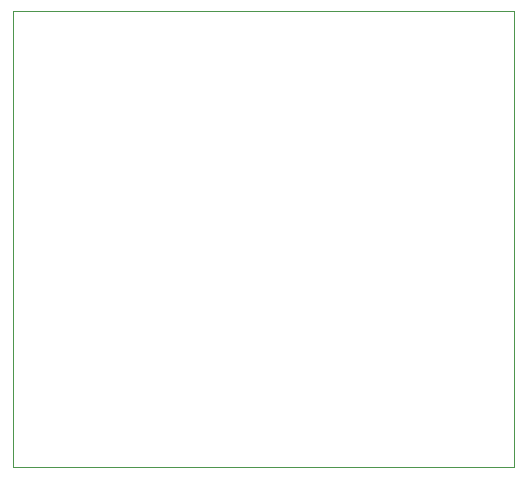
<source format=gm1>
G04 #@! TF.GenerationSoftware,KiCad,Pcbnew,(5.0.2)-1*
G04 #@! TF.CreationDate,2019-03-01T20:36:07+00:00*
G04 #@! TF.ProjectId,CherrySwitch,43686572-7279-4537-9769-7463682e6b69,rev?*
G04 #@! TF.SameCoordinates,Original*
G04 #@! TF.FileFunction,Profile,NP*
%FSLAX46Y46*%
G04 Gerber Fmt 4.6, Leading zero omitted, Abs format (unit mm)*
G04 Created by KiCad (PCBNEW (5.0.2)-1) date 01/03/2019 20:36:07*
%MOMM*%
%LPD*%
G01*
G04 APERTURE LIST*
%ADD10C,0.050000*%
G04 APERTURE END LIST*
D10*
X121158000Y-87630000D02*
X163576000Y-87630000D01*
X121158000Y-49022000D02*
X121158000Y-87630000D01*
X163576000Y-49022000D02*
X121158000Y-49022000D01*
X163576000Y-87630000D02*
X163576000Y-49022000D01*
M02*

</source>
